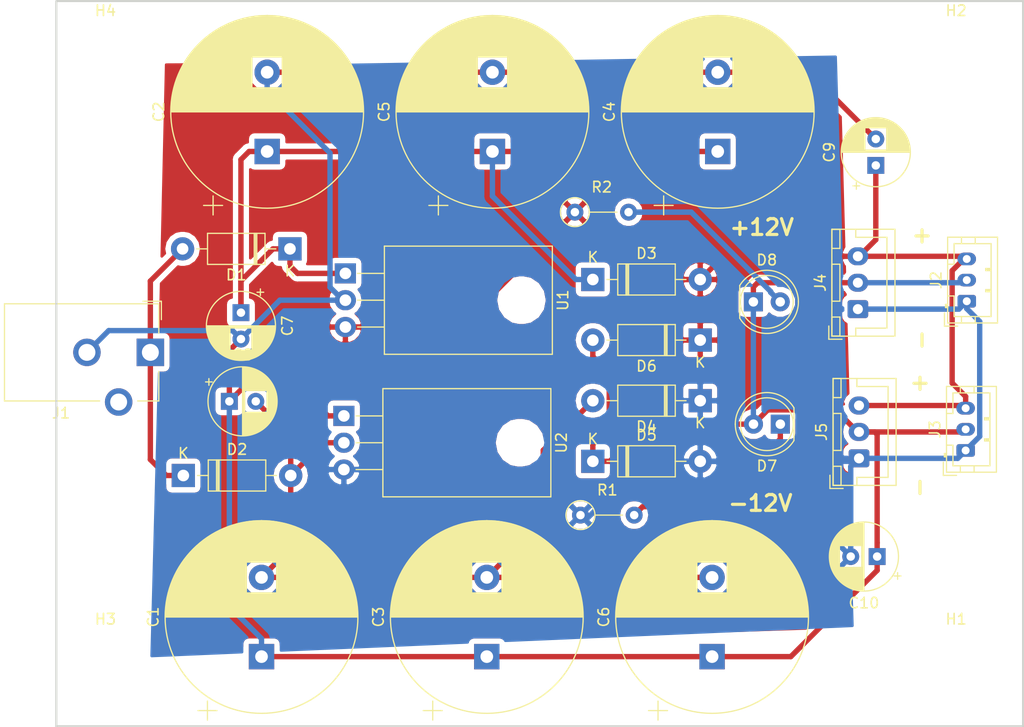
<source format=kicad_pcb>
(kicad_pcb (version 20171130) (host pcbnew "(5.0.1)-rc2")
  (layers (0 F.Cu signal) (31 B.Cu signal) (34 B.Paste user) (35 F.Paste user) (36 B.SilkS user) (37 F.SilkS user) (38 B.Mask user) (39 F.Mask user) (44 Edge.Cuts user))
  (net 0 "")
  (net 1 "Net-(C1-Pad2)")
  (net 2 "Net-(C2-Pad1)")
  (net 3 GND)
  (net 4 +12V)
  (net 5 -12V)
  (net 6 "Net-(D1-Pad2)")
  (net 7 "Net-(D8-Pad2)")
  (net 8 "Net-(J1-Pad3)")
  (net 9 "Net-(D7-Pad1)")
  (module MountingHole:MountingHole_3.2mm_M3_ISO7380 (layer F.Cu) (at 173.3804 100.52812)
    (fp_text reference H1 (at 0 -3.85) (layer F.SilkS))
    (fp_text value MountingHole)
    (pad 1 np_thru_hole circle (at 0 0) (size 3.2 3.2) (drill 3.2) (layers *.Cu *.Mask))
  )
  (module MountingHole:MountingHole_3.2mm_M3_ISO7380 (layer F.Cu) (at 173.3804 42.92092)
    (fp_text reference H2 (at 0 -3.85) (layer F.SilkS))
    (fp_text value MountingHole)
    (pad 1 np_thru_hole circle (at 0 0) (size 3.2 3.2) (drill 3.2) (layers *.Cu *.Mask))
  )
  (module MountingHole:MountingHole_3.2mm_M3_ISO7380 (layer F.Cu) (at 92.90304 100.52812)
    (fp_text reference H3 (at 0 -3.85) (layer F.SilkS))
    (fp_text value MountingHole)
    (pad 1 np_thru_hole circle (at 0 0) (size 3.2 3.2) (drill 3.2) (layers *.Cu *.Mask))
  )
  (module MountingHole:MountingHole_3.2mm_M3_ISO7380 (layer F.Cu) (at 92.90304 42.92092)
    (fp_text reference H4 (at 0 -3.85) (layer F.SilkS))
    (fp_text value MountingHole)
    (pad 1 np_thru_hole circle (at 0 0) (size 3.2 3.2) (drill 3.2) (layers *.Cu *.Mask))
  )
  (module Capacitor_THT:CP_Radial_D18.0mm_P7.50mm (layer F.Cu) (at 108.19892 52.4002 90)
    (fp_text reference C2 (at 3.75 -10.25 90) (layer F.SilkS))
    (fp_text value 3300u)
    (pad 2 thru_hole circle (at 7.5 0 90) (size 2.4 2.4) (drill 1.2) (layers *.Cu *.Mask) (net 3 GND))
    (pad 1 thru_hole rect (at 0 0 90) (size 2.4 2.4) (drill 1.2) (layers *.Cu *.Mask) (net 2 "Net-(C2-Pad1)"))
  )
  (module Capacitor_THT:CP_Radial_D18.0mm_P7.50mm (layer F.Cu) (at 128.97866 100.22332 90)
    (fp_text reference C3 (at 3.75 -10.25 90) (layer F.SilkS))
    (fp_text value 3300u)
    (pad 1 thru_hole rect (at 0 0 90) (size 2.4 2.4) (drill 1.2) (layers *.Cu *.Mask) (net 3 GND))
    (pad 2 thru_hole circle (at 7.5 0 90) (size 2.4 2.4) (drill 1.2) (layers *.Cu *.Mask) (net 1 "Net-(C1-Pad2)"))
  )
  (module Capacitor_THT:CP_Radial_D18.0mm_P7.50mm (layer F.Cu) (at 150.8252 52.4002 90)
    (fp_text reference C4 (at 3.75 -10.25 90) (layer F.SilkS))
    (fp_text value 3300u)
    (pad 2 thru_hole circle (at 7.5 0 90) (size 2.4 2.4) (drill 1.2) (layers *.Cu *.Mask) (net 3 GND))
    (pad 1 thru_hole rect (at 0 0 90) (size 2.4 2.4) (drill 1.2) (layers *.Cu *.Mask) (net 2 "Net-(C2-Pad1)"))
  )
  (module Capacitor_THT:CP_Radial_D18.0mm_P7.50mm (layer F.Cu) (at 129.51206 52.4002 90)
    (fp_text reference C5 (at 3.75 -10.25 90) (layer F.SilkS))
    (fp_text value 3300u)
    (pad 1 thru_hole rect (at 0 0 90) (size 2.4 2.4) (drill 1.2) (layers *.Cu *.Mask) (net 2 "Net-(C2-Pad1)"))
    (pad 2 thru_hole circle (at 7.5 0 90) (size 2.4 2.4) (drill 1.2) (layers *.Cu *.Mask) (net 3 GND))
  )
  (module Capacitor_THT:CP_Radial_D18.0mm_P7.50mm (layer F.Cu) (at 150.2918 100.22332 90)
    (fp_text reference C6 (at 3.75 -10.25 90) (layer F.SilkS))
    (fp_text value 3300u)
    (pad 2 thru_hole circle (at 7.5 0 90) (size 2.4 2.4) (drill 1.2) (layers *.Cu *.Mask) (net 1 "Net-(C1-Pad2)"))
    (pad 1 thru_hole rect (at 0 0 90) (size 2.4 2.4) (drill 1.2) (layers *.Cu *.Mask) (net 3 GND))
  )
  (module Capacitor_THT:CP_Radial_D18.0mm_P7.50mm (layer F.Cu) (at 107.66552 100.22332 90)
    (fp_text reference C1 (at 3.75 -10.25 90) (layer F.SilkS))
    (fp_text value 3300u)
    (pad 1 thru_hole rect (at 0 0 90) (size 2.4 2.4) (drill 1.2) (layers *.Cu *.Mask) (net 3 GND))
    (pad 2 thru_hole circle (at 7.5 0 90) (size 2.4 2.4) (drill 1.2) (layers *.Cu *.Mask) (net 1 "Net-(C1-Pad2)"))
  )
  (module Capacitor_THT:CP_Radial_D6.3mm_P2.50mm (layer F.Cu) (at 105.71988 67.66052 270)
    (fp_text reference C7 (at 1.25 -4.4 270) (layer F.SilkS))
    (fp_text value 1u)
    (pad 2 thru_hole circle (at 2.5 0 270) (size 1.6 1.6) (drill 0.8) (layers *.Cu *.Mask) (net 3 GND))
    (pad 1 thru_hole rect (at 0 0 270) (size 1.6 1.6) (drill 0.8) (layers *.Cu *.Mask) (net 2 "Net-(C2-Pad1)"))
  )
  (module Capacitor_THT:CP_Radial_D6.3mm_P2.50mm (layer F.Cu) (at 104.6226 76.05776)
    (fp_text reference C8 (at 1.25 -4.4) (layer F.SilkS))
    (fp_text value 1u)
    (pad 1 thru_hole rect (at 0 0) (size 1.6 1.6) (drill 0.8) (layers *.Cu *.Mask) (net 3 GND))
    (pad 2 thru_hole circle (at 2.5 0) (size 1.6 1.6) (drill 0.8) (layers *.Cu *.Mask) (net 1 "Net-(C1-Pad2)"))
  )
  (module Capacitor_THT:CP_Radial_D6.3mm_P2.50mm (layer F.Cu) (at 165.78072 53.721 90)
    (fp_text reference C9 (at 1.25 -4.4 90) (layer F.SilkS))
    (fp_text value 1u)
    (pad 2 thru_hole circle (at 2.5 0 90) (size 1.6 1.6) (drill 0.8) (layers *.Cu *.Mask) (net 3 GND))
    (pad 1 thru_hole rect (at 0 0 90) (size 1.6 1.6) (drill 0.8) (layers *.Cu *.Mask) (net 4 +12V))
  )
  (module Capacitor_THT:CP_Radial_D6.3mm_P2.50mm (layer F.Cu) (at 165.90772 90.74912 180)
    (fp_text reference C10 (at 1.25 -4.4 180) (layer F.SilkS))
    (fp_text value 1u)
    (pad 1 thru_hole rect (at 0 0 180) (size 1.6 1.6) (drill 0.8) (layers *.Cu *.Mask) (net 3 GND))
    (pad 2 thru_hole circle (at 2.5 0 180) (size 1.6 1.6) (drill 0.8) (layers *.Cu *.Mask) (net 5 -12V))
  )
  (module Package_TO_SOT_THT:TO-220-3_Horizontal_TabDown (layer F.Cu) (at 115.60048 63.94196 270)
    (fp_text reference U1 (at 2.54 -20.58 270) (layer F.SilkS))
    (fp_text value LM7812)
    (pad 3 thru_hole oval (at 5.08 0 270) (size 1.905 2) (drill 1.1) (layers *.Cu *.Mask) (net 4 +12V))
    (pad 2 thru_hole oval (at 2.54 0 270) (size 1.905 2) (drill 1.1) (layers *.Cu *.Mask) (net 3 GND))
    (pad 1 thru_hole rect (at 0 0 270) (size 1.905 2) (drill 1.1) (layers *.Cu *.Mask) (net 2 "Net-(C2-Pad1)"))
    (pad "" np_thru_hole oval (at 2.54 -16.66 270) (size 3.5 3.5) (drill 3.5) (layers *.Cu *.Mask))
  )
  (module Package_TO_SOT_THT:TO-220-3_Horizontal_TabDown (layer F.Cu) (at 115.45824 77.43444 270)
    (fp_text reference U2 (at 2.54 -20.58 270) (layer F.SilkS))
    (fp_text value LM7912)
    (pad "" np_thru_hole oval (at 2.54 -16.66 270) (size 3.5 3.5) (drill 3.5) (layers *.Cu *.Mask))
    (pad 1 thru_hole rect (at 0 0 270) (size 1.905 2) (drill 1.1) (layers *.Cu *.Mask) (net 3 GND))
    (pad 2 thru_hole oval (at 2.54 0 270) (size 1.905 2) (drill 1.1) (layers *.Cu *.Mask) (net 1 "Net-(C1-Pad2)"))
    (pad 3 thru_hole oval (at 5.08 0 270) (size 1.905 2) (drill 1.1) (layers *.Cu *.Mask) (net 5 -12V))
  )
  (module Diode_THT:D_DO-41_SOD81_P10.16mm_Horizontal (layer F.Cu) (at 110.35792 61.6204 180)
    (fp_text reference D1 (at 5.08 -2.47 180) (layer F.SilkS))
    (fp_text value 1N4004)
    (fp_text user K (at 0 -2.1 180) (layer F.SilkS))
    (pad 2 thru_hole oval (at 10.16 0 180) (size 2.2 2.2) (drill 1.1) (layers *.Cu *.Mask) (net 6 "Net-(D1-Pad2)"))
    (pad 1 thru_hole rect (at 0 0 180) (size 2.2 2.2) (drill 1.1) (layers *.Cu *.Mask) (net 2 "Net-(C2-Pad1)"))
  )
  (module Diode_THT:D_DO-41_SOD81_P10.16mm_Horizontal (layer F.Cu) (at 100.26904 83.07832)
    (fp_text reference D2 (at 5.08 -2.47) (layer F.SilkS))
    (fp_text value 1N4004)
    (fp_text user K (at 0 -2.1) (layer F.SilkS))
    (pad 1 thru_hole rect (at 0 0) (size 2.2 2.2) (drill 1.1) (layers *.Cu *.Mask) (net 6 "Net-(D1-Pad2)"))
    (pad 2 thru_hole oval (at 10.16 0) (size 2.2 2.2) (drill 1.1) (layers *.Cu *.Mask) (net 1 "Net-(C1-Pad2)"))
  )
  (module Diode_THT:D_DO-41_SOD81_P10.16mm_Horizontal (layer F.Cu) (at 139.00912 64.52108)
    (fp_text reference D3 (at 5.08 -2.47) (layer F.SilkS))
    (fp_text value 1N4004)
    (fp_text user K (at 0 -2.1) (layer F.SilkS))
    (pad 2 thru_hole oval (at 10.16 0) (size 2.2 2.2) (drill 1.1) (layers *.Cu *.Mask) (net 4 +12V))
    (pad 1 thru_hole rect (at 0 0) (size 2.2 2.2) (drill 1.1) (layers *.Cu *.Mask) (net 2 "Net-(C2-Pad1)"))
  )
  (module Diode_THT:D_DO-41_SOD81_P10.16mm_Horizontal (layer F.Cu) (at 139.00912 81.73212)
    (fp_text reference D5 (at 5.08 -2.47) (layer F.SilkS))
    (fp_text value 1N4004)
    (fp_text user K (at 0 -2.1) (layer F.SilkS))
    (pad 1 thru_hole rect (at 0 0) (size 2.2 2.2) (drill 1.1) (layers *.Cu *.Mask) (net 3 GND))
    (pad 2 thru_hole oval (at 10.16 0) (size 2.2 2.2) (drill 1.1) (layers *.Cu *.Mask) (net 5 -12V))
  )
  (module Diode_THT:D_DO-41_SOD81_P10.16mm_Horizontal (layer F.Cu) (at 149.16912 70.258093 180)
    (fp_text reference D6 (at 5.08 -2.47 180) (layer F.SilkS))
    (fp_text value 1N4004)
    (fp_text user K (at 0 -2.1 180) (layer F.SilkS))
    (pad 2 thru_hole oval (at 10.16 0 180) (size 2.2 2.2) (drill 1.1) (layers *.Cu *.Mask) (net 3 GND))
    (pad 1 thru_hole rect (at 0 0 180) (size 2.2 2.2) (drill 1.1) (layers *.Cu *.Mask) (net 4 +12V))
  )
  (module Diode_THT:D_DO-41_SOD81_P10.16mm_Horizontal (layer F.Cu) (at 149.16912 75.995106 180)
    (fp_text reference D4 (at 5.08 -2.47 180) (layer F.SilkS))
    (fp_text value 1N4004)
    (fp_text user K (at 0 -2.1 180) (layer F.SilkS))
    (pad 1 thru_hole rect (at 0 0 180) (size 2.2 2.2) (drill 1.1) (layers *.Cu *.Mask) (net 5 -12V))
    (pad 2 thru_hole oval (at 10.16 0 180) (size 2.2 2.2) (drill 1.1) (layers *.Cu *.Mask) (net 1 "Net-(C1-Pad2)"))
  )
  (module Connector_BarrelJack:BarrelJack_CUI_PJ-102AH_Horizontal (layer F.Cu) (at 97.14992 71.41972 270)
    (fp_text reference J1 (at 5.75 8.45) (layer F.SilkS))
    (fp_text value Barrel_Jack_Switch)
    (pad 1 thru_hole rect (at 0 0 270) (size 2.6 2.6) (drill 1.6) (layers *.Cu *.Mask) (net 6 "Net-(D1-Pad2)"))
    (pad 2 thru_hole circle (at 0 6 270) (size 2.6 2.6) (drill 1.6) (layers *.Cu *.Mask) (net 3 GND))
    (pad 3 thru_hole circle (at 4.7 3 270) (size 2.6 2.6) (drill 1.6) (layers *.Cu *.Mask) (net 8 "Net-(J1-Pad3)"))
  )
  (module LED_THT:LED_D5.0mm (layer F.Cu) (at 156.74832 78.21676 180)
    (fp_text reference D7 (at 1.27 -3.96 180) (layer F.SilkS))
    (fp_text value "Neg Power LED")
    (pad 1 thru_hole rect (at 0 0 180) (size 1.8 1.8) (drill 0.9) (layers *.Cu *.Mask) (net 9 "Net-(D7-Pad1)"))
    (pad 2 thru_hole circle (at 2.54 0 180) (size 1.8 1.8) (drill 0.9) (layers *.Cu *.Mask) (net 3 GND))
  )
  (module LED_THT:LED_D5.0mm (layer F.Cu) (at 154.19832 66.63944)
    (fp_text reference D8 (at 1.27 -3.96) (layer F.SilkS))
    (fp_text value "Pos Power LED")
    (pad 2 thru_hole circle (at 2.54 0) (size 1.8 1.8) (drill 0.9) (layers *.Cu *.Mask) (net 7 "Net-(D8-Pad2)"))
    (pad 1 thru_hole rect (at 0 0) (size 1.8 1.8) (drill 0.9) (layers *.Cu *.Mask) (net 3 GND))
  )
  (module Connector_JST:JST_PH_B3B-PH-K_1x03_P2.00mm_Vertical (layer F.Cu) (at 174.38624 66.57848 90)
    (fp_text reference J2 (at 2 -2.9 90) (layer F.SilkS))
    (fp_text value "Power Out")
    (pad 3 thru_hole oval (at 4 0 90) (size 1.2 1.75) (drill 0.75) (layers *.Cu *.Mask) (net 4 +12V))
    (pad 2 thru_hole oval (at 2 0 90) (size 1.2 1.75) (drill 0.75) (layers *.Cu *.Mask) (net 3 GND))
    (pad 1 thru_hole roundrect (at 0 0 90) (size 1.2 1.75) (drill 0.75) (layers *.Cu *.Mask) (roundrect_rratio 0.208333) (net 5 -12V))
  )
  (module Connector_JST:JST_PH_B3B-PH-K_1x03_P2.00mm_Vertical (layer F.Cu) (at 174.27956 80.70596 90)
    (fp_text reference J3 (at 2 -2.9 90) (layer F.SilkS))
    (fp_text value "Power Out")
    (pad 1 thru_hole roundrect (at 0 0 90) (size 1.2 1.75) (drill 0.75) (layers *.Cu *.Mask) (roundrect_rratio 0.208333) (net 5 -12V))
    (pad 2 thru_hole oval (at 2 0 90) (size 1.2 1.75) (drill 0.75) (layers *.Cu *.Mask) (net 3 GND))
    (pad 3 thru_hole oval (at 4 0 90) (size 1.2 1.75) (drill 0.75) (layers *.Cu *.Mask) (net 4 +12V))
  )
  (module Connector_JST:JST_XH_B03B-XH-A_1x03_P2.50mm_Vertical (layer F.Cu) (at 164.084 67.32524 90)
    (fp_text reference J4 (at 2.5 -3.55 90) (layer F.SilkS))
    (fp_text value "Power Out")
    (pad 3 thru_hole oval (at 5 0 90) (size 1.7 1.95) (drill 0.95) (layers *.Cu *.Mask) (net 4 +12V))
    (pad 2 thru_hole oval (at 2.5 0 90) (size 1.7 1.95) (drill 0.95) (layers *.Cu *.Mask) (net 3 GND))
    (pad 1 thru_hole roundrect (at 0 0 90) (size 1.7 1.95) (drill 0.95) (layers *.Cu *.Mask) (roundrect_rratio 0.147059) (net 5 -12V))
  )
  (module Connector_JST:JST_XH_B03B-XH-A_1x03_P2.50mm_Vertical (layer F.Cu) (at 164.19068 81.45272 90)
    (fp_text reference J5 (at 2.5 -3.55 90) (layer F.SilkS))
    (fp_text value "Power Out")
    (pad 1 thru_hole roundrect (at 0 0 90) (size 1.7 1.95) (drill 0.95) (layers *.Cu *.Mask) (roundrect_rratio 0.147059) (net 5 -12V))
    (pad 2 thru_hole oval (at 2.5 0 90) (size 1.7 1.95) (drill 0.95) (layers *.Cu *.Mask) (net 3 GND))
    (pad 3 thru_hole oval (at 5 0 90) (size 1.7 1.95) (drill 0.95) (layers *.Cu *.Mask) (net 4 +12V))
  )
  (module Resistor_THT:R_Axial_DIN0207_L6.3mm_D2.5mm_P5.08mm_Vertical (layer F.Cu) (at 137.84072 86.82736)
    (fp_text reference R1 (at 2.54 -2.37) (layer F.SilkS))
    (fp_text value 1K)
    (pad 1 thru_hole circle (at 0 0) (size 1.6 1.6) (drill 0.8) (layers *.Cu *.Mask) (net 5 -12V))
    (pad 2 thru_hole oval (at 5.08 0) (size 1.6 1.6) (drill 0.8) (layers *.Cu *.Mask) (net 9 "Net-(D7-Pad1)"))
  )
  (module Resistor_THT:R_Axial_DIN0207_L6.3mm_D2.5mm_P5.08mm_Vertical (layer F.Cu) (at 137.3124 58.14568)
    (fp_text reference R2 (at 2.54 -2.37) (layer F.SilkS))
    (fp_text value 1K)
    (pad 2 thru_hole oval (at 5.08 0) (size 1.6 1.6) (drill 0.8) (layers *.Cu *.Mask) (net 7 "Net-(D8-Pad2)"))
    (pad 1 thru_hole circle (at 0 0) (size 1.6 1.6) (drill 0.8) (layers *.Cu *.Mask) (net 4 +12V))
  )
  (gr_text -12V (at 154.85872 85.6996) (layer F.SilkS) (effects (font (size 1.5 1.5) (thickness 0.3))))
  (gr_text +12V (at 154.99588 59.57824) (layer F.SilkS) (effects (font (size 1.5 1.5) (thickness 0.3))))
  (gr_text "-       +" (at 169.85488 79.27848 90) (layer F.SilkS) (effects (font (size 1.5 1.5) (thickness 0.3))))
  (gr_text "-       +" (at 170.04792 65.32372 90) (layer F.SilkS) (effects (font (size 1.5 1.5) (thickness 0.3))))
  (gr_line (start 88.25484 106.81716) (end 88.25484 38.18636) (layer Edge.Cuts) (width 0.2))
  (gr_line (start 179.71008 106.81716) (end 88.25484 106.81716) (layer Edge.Cuts) (width 0.2))
  (gr_line (start 179.71008 38.16096) (end 179.71008 106.81716) (layer Edge.Cuts) (width 0.2))
  (gr_line (start 88.27008 38.16096) (end 179.71008 38.16096) (layer Edge.Cuts) (width 0.2))
  (segment (start 113.53292 79.97444) (end 115.45824 79.97444) (width 0.508) (layer F.Cu) (net 1))
  (segment (start 110.42904 83.07832) (end 113.53292 79.97444) (width 0.508) (layer F.Cu) (net 1))
  (segment (start 110.42904 89.9598) (end 110.42904 83.07832) (width 0.508) (layer F.Cu) (net 1))
  (segment (start 107.66552 92.72332) (end 110.42904 89.9598) (width 0.508) (layer F.Cu) (net 1))
  (segment (start 109.362576 92.72332) (end 128.97866 92.72332) (width 0.508) (layer F.Cu) (net 1))
  (segment (start 107.66552 92.72332) (end 109.362576 92.72332) (width 0.508) (layer F.Cu) (net 1))
  (segment (start 128.97866 92.72332) (end 150.2918 92.72332) (width 0.508) (layer F.Cu) (net 1))
  (segment (start 110.42904 79.3642) (end 110.42904 83.07832) (width 0.508) (layer F.Cu) (net 1))
  (segment (start 107.1226 76.05776) (end 110.42904 79.3642) (width 0.508) (layer F.Cu) (net 1))
  (segment (start 137.909121 77.095105) (end 139.00912 75.995106) (width 0.508) (layer F.Cu) (net 1))
  (segment (start 134.322241 80.681985) (end 137.909121 77.095105) (width 0.508) (layer F.Cu) (net 1))
  (segment (start 134.322241 87.379739) (end 134.322241 80.681985) (width 0.508) (layer F.Cu) (net 1))
  (segment (start 128.97866 92.72332) (end 134.322241 87.379739) (width 0.508) (layer F.Cu) (net 1))
  (segment (start 107.66552 100.22332) (end 128.97866 100.22332) (width 0.508) (layer F.Cu) (net 3))
  (segment (start 128.97866 100.22332) (end 150.2918 100.22332) (width 0.508) (layer F.Cu) (net 3))
  (segment (start 104.6226 77.36576) (end 104.6226 76.05776) (width 0.508) (layer B.Cu) (net 3))
  (segment (start 104.6226 95.4724) (end 104.6226 77.36576) (width 0.508) (layer B.Cu) (net 3))
  (segment (start 107.66552 98.51532) (end 104.6226 95.4724) (width 0.508) (layer B.Cu) (net 3))
  (segment (start 107.66552 100.22332) (end 107.66552 98.51532) (width 0.508) (layer B.Cu) (net 3))
  (segment (start 108.74992 61.6204) (end 110.35792 61.6204) (width 0.508) (layer F.Cu) (net 2))
  (segment (start 105.71988 64.65044) (end 108.74992 61.6204) (width 0.508) (layer F.Cu) (net 2))
  (segment (start 105.71988 67.66052) (end 105.71988 64.65044) (width 0.508) (layer F.Cu) (net 2))
  (segment (start 108.19892 52.4002) (end 129.51206 52.4002) (width 0.508) (layer F.Cu) (net 2))
  (segment (start 129.51206 52.4002) (end 150.8252 52.4002) (width 0.508) (layer F.Cu) (net 2))
  (segment (start 110.35792 63.2284) (end 110.35792 61.6204) (width 0.508) (layer F.Cu) (net 2))
  (segment (start 111.07148 63.94196) (end 110.35792 63.2284) (width 0.508) (layer F.Cu) (net 2))
  (segment (start 115.60048 63.94196) (end 111.07148 63.94196) (width 0.508) (layer F.Cu) (net 2))
  (segment (start 106.49092 52.4002) (end 108.19892 52.4002) (width 0.508) (layer F.Cu) (net 2))
  (segment (start 105.71988 53.17124) (end 106.49092 52.4002) (width 0.508) (layer F.Cu) (net 2))
  (segment (start 105.71988 67.66052) (end 105.71988 53.17124) (width 0.508) (layer F.Cu) (net 2))
  (segment (start 137.40112 64.52108) (end 139.00912 64.52108) (width 0.508) (layer B.Cu) (net 2))
  (segment (start 129.51206 56.63202) (end 137.40112 64.52108) (width 0.508) (layer B.Cu) (net 2))
  (segment (start 129.51206 52.4002) (end 129.51206 56.63202) (width 0.508) (layer B.Cu) (net 2))
  (segment (start 104.919881 69.360521) (end 105.71988 70.16052) (width 0.508) (layer B.Cu) (net 3))
  (segment (start 93.209119 69.360521) (end 104.919881 69.360521) (width 0.508) (layer B.Cu) (net 3))
  (segment (start 91.14992 71.41972) (end 93.209119 69.360521) (width 0.508) (layer B.Cu) (net 3))
  (segment (start 108.19892 44.9002) (end 129.51206 44.9002) (width 0.508) (layer F.Cu) (net 3))
  (segment (start 129.51206 44.9002) (end 150.8252 44.9002) (width 0.508) (layer F.Cu) (net 3))
  (segment (start 115.370778 66.48196) (end 115.60048 66.48196) (width 0.508) (layer B.Cu) (net 3))
  (segment (start 114.146479 65.257661) (end 115.370778 66.48196) (width 0.508) (layer B.Cu) (net 3))
  (segment (start 114.146479 52.544815) (end 114.146479 65.257661) (width 0.508) (layer B.Cu) (net 3))
  (segment (start 108.19892 46.597256) (end 114.146479 52.544815) (width 0.508) (layer B.Cu) (net 3))
  (segment (start 108.19892 44.9002) (end 108.19892 46.597256) (width 0.508) (layer B.Cu) (net 3))
  (segment (start 109.39844 66.48196) (end 115.60048 66.48196) (width 0.508) (layer B.Cu) (net 3))
  (segment (start 105.71988 70.16052) (end 109.39844 66.48196) (width 0.508) (layer B.Cu) (net 3))
  (segment (start 104.6226 71.2578) (end 105.71988 70.16052) (width 0.508) (layer F.Cu) (net 3))
  (segment (start 104.6226 76.05776) (end 104.6226 71.2578) (width 0.508) (layer F.Cu) (net 3))
  (segment (start 139.00912 80.12412) (end 139.00912 81.73212) (width 0.508) (layer F.Cu) (net 3))
  (segment (start 140.563121 78.570119) (end 139.00912 80.12412) (width 0.508) (layer F.Cu) (net 3))
  (segment (start 140.563121 73.367728) (end 140.563121 78.570119) (width 0.508) (layer F.Cu) (net 3))
  (segment (start 139.00912 71.813727) (end 140.563121 73.367728) (width 0.508) (layer F.Cu) (net 3))
  (segment (start 139.00912 70.258093) (end 139.00912 71.813727) (width 0.508) (layer F.Cu) (net 3))
  (segment (start 154.19832 78.20676) (end 154.20832 78.21676) (width 0.508) (layer B.Cu) (net 3))
  (segment (start 154.19832 66.63944) (end 154.19832 78.20676) (width 0.508) (layer B.Cu) (net 3))
  (segment (start 165.90772 89.44112) (end 165.90772 90.74912) (width 0.508) (layer F.Cu) (net 3))
  (segment (start 165.90772 79.18676) (end 165.90772 89.44112) (width 0.508) (layer F.Cu) (net 3))
  (segment (start 165.67368 78.95272) (end 165.90772 79.18676) (width 0.508) (layer F.Cu) (net 3))
  (segment (start 164.19068 78.95272) (end 165.67368 78.95272) (width 0.508) (layer F.Cu) (net 3))
  (segment (start 174.0328 78.95272) (end 174.27956 78.70596) (width 0.508) (layer F.Cu) (net 3))
  (segment (start 164.19068 78.95272) (end 174.0328 78.95272) (width 0.508) (layer F.Cu) (net 3))
  (segment (start 174.13948 64.82524) (end 174.38624 64.57848) (width 0.508) (layer B.Cu) (net 3))
  (segment (start 164.084 64.82524) (end 174.13948 64.82524) (width 0.508) (layer B.Cu) (net 3))
  (segment (start 152.935528 78.21676) (end 154.20832 78.21676) (width 0.508) (layer F.Cu) (net 3))
  (segment (start 144.13248 78.21676) (end 152.935528 78.21676) (width 0.508) (layer F.Cu) (net 3))
  (segment (start 140.61712 81.73212) (end 144.13248 78.21676) (width 0.508) (layer F.Cu) (net 3))
  (segment (start 139.00912 81.73212) (end 140.61712 81.73212) (width 0.508) (layer F.Cu) (net 3))
  (segment (start 162.601 64.82524) (end 164.084 64.82524) (width 0.508) (layer F.Cu) (net 3))
  (segment (start 154.60452 64.82524) (end 162.601 64.82524) (width 0.508) (layer F.Cu) (net 3))
  (segment (start 154.19832 65.23144) (end 154.60452 64.82524) (width 0.508) (layer F.Cu) (net 3))
  (segment (start 154.19832 66.63944) (end 154.19832 65.23144) (width 0.508) (layer F.Cu) (net 3))
  (segment (start 159.45992 44.9002) (end 165.78072 51.221) (width 0.508) (layer F.Cu) (net 3))
  (segment (start 150.8252 44.9002) (end 159.45992 44.9002) (width 0.508) (layer F.Cu) (net 3))
  (segment (start 165.90772 92.05712) (end 165.90772 90.74912) (width 0.508) (layer F.Cu) (net 3))
  (segment (start 157.74152 100.22332) (end 165.90772 92.05712) (width 0.508) (layer F.Cu) (net 3))
  (segment (start 150.2918 100.22332) (end 157.74152 100.22332) (width 0.508) (layer F.Cu) (net 3))
  (segment (start 164.06568 78.95272) (end 164.19068 78.95272) (width 0.508) (layer F.Cu) (net 3))
  (segment (start 161.975719 76.862759) (end 164.06568 78.95272) (width 0.508) (layer F.Cu) (net 3))
  (segment (start 155.562321 76.862759) (end 161.975719 76.862759) (width 0.508) (layer F.Cu) (net 3))
  (segment (start 154.20832 78.21676) (end 155.562321 76.862759) (width 0.508) (layer F.Cu) (net 3))
  (segment (start 113.95024 77.43444) (end 115.45824 77.43444) (width 0.508) (layer F.Cu) (net 3))
  (segment (start 111.319559 74.803759) (end 113.95024 77.43444) (width 0.508) (layer F.Cu) (net 3))
  (segment (start 105.876601 74.803759) (end 111.319559 74.803759) (width 0.508) (layer F.Cu) (net 3))
  (segment (start 104.6226 76.05776) (end 105.876601 74.803759) (width 0.508) (layer F.Cu) (net 3))
  (segment (start 126.43612 69.02196) (end 137.3124 58.14568) (width 0.508) (layer F.Cu) (net 4))
  (segment (start 115.60048 69.02196) (end 126.43612 69.02196) (width 0.508) (layer F.Cu) (net 4))
  (segment (start 143.6878 64.52108) (end 149.16912 64.52108) (width 0.508) (layer F.Cu) (net 4))
  (segment (start 137.3124 58.14568) (end 143.6878 64.52108) (width 0.508) (layer F.Cu) (net 4))
  (segment (start 149.16912 66.076714) (end 149.16912 70.258093) (width 0.508) (layer F.Cu) (net 4))
  (segment (start 149.16912 64.52108) (end 149.16912 66.076714) (width 0.508) (layer F.Cu) (net 4))
  (segment (start 164.209 62.32524) (end 164.084 62.32524) (width 0.508) (layer F.Cu) (net 4))
  (segment (start 165.78072 60.75352) (end 164.209 62.32524) (width 0.508) (layer F.Cu) (net 4))
  (segment (start 165.78072 53.721) (end 165.78072 60.75352) (width 0.508) (layer F.Cu) (net 4))
  (segment (start 151.36496 62.32524) (end 164.084 62.32524) (width 0.508) (layer F.Cu) (net 4))
  (segment (start 149.16912 64.52108) (end 151.36496 62.32524) (width 0.508) (layer F.Cu) (net 4))
  (segment (start 174.133 62.32524) (end 174.38624 62.57848) (width 0.508) (layer F.Cu) (net 4))
  (segment (start 164.084 62.32524) (end 174.133 62.32524) (width 0.508) (layer F.Cu) (net 4))
  (segment (start 174.02632 76.45272) (end 174.27956 76.70596) (width 0.508) (layer F.Cu) (net 4))
  (segment (start 164.19068 76.45272) (end 174.02632 76.45272) (width 0.508) (layer F.Cu) (net 4))
  (segment (start 174.11124 62.57848) (end 174.38624 62.57848) (width 0.508) (layer F.Cu) (net 4))
  (segment (start 173.00324 63.68648) (end 174.11124 62.57848) (width 0.508) (layer F.Cu) (net 4))
  (segment (start 173.00324 74.32164) (end 173.00324 63.68648) (width 0.508) (layer F.Cu) (net 4))
  (segment (start 174.27956 75.59796) (end 173.00324 74.32164) (width 0.508) (layer F.Cu) (net 4))
  (segment (start 174.27956 76.70596) (end 174.27956 75.59796) (width 0.508) (layer F.Cu) (net 4))
  (segment (start 133.5278 82.51444) (end 138.31316 87.2998) (width 0.508) (layer B.Cu) (net 5))
  (segment (start 115.45824 82.51444) (end 133.5278 82.51444) (width 0.508) (layer B.Cu) (net 5))
  (segment (start 143.88084 81.73212) (end 149.16912 81.73212) (width 0.508) (layer B.Cu) (net 5))
  (segment (start 138.31316 87.2998) (end 143.88084 81.73212) (width 0.508) (layer B.Cu) (net 5))
  (segment (start 149.16912 80.176486) (end 149.16912 75.995106) (width 0.508) (layer B.Cu) (net 5))
  (segment (start 149.16912 81.73212) (end 149.16912 80.176486) (width 0.508) (layer B.Cu) (net 5))
  (segment (start 173.5328 81.45272) (end 174.27956 80.70596) (width 0.508) (layer B.Cu) (net 5))
  (segment (start 164.19068 81.45272) (end 173.5328 81.45272) (width 0.508) (layer B.Cu) (net 5))
  (segment (start 163.40772 82.23568) (end 164.19068 81.45272) (width 0.508) (layer B.Cu) (net 5))
  (segment (start 163.40772 90.74912) (end 163.40772 82.23568) (width 0.508) (layer B.Cu) (net 5))
  (segment (start 173.63948 67.32524) (end 174.38624 66.57848) (width 0.508) (layer B.Cu) (net 5))
  (segment (start 164.084 67.32524) (end 173.63948 67.32524) (width 0.508) (layer B.Cu) (net 5))
  (segment (start 174.95027 80.03525) (end 174.27956 80.70596) (width 0.508) (layer B.Cu) (net 5))
  (segment (start 175.60857 79.37695) (end 174.95027 80.03525) (width 0.508) (layer B.Cu) (net 5))
  (segment (start 175.60857 68.50081) (end 175.60857 79.37695) (width 0.508) (layer B.Cu) (net 5))
  (segment (start 174.38624 67.27848) (end 175.60857 68.50081) (width 0.508) (layer B.Cu) (net 5))
  (segment (start 174.38624 66.57848) (end 174.38624 67.27848) (width 0.508) (layer B.Cu) (net 5))
  (segment (start 163.91128 81.73212) (end 164.19068 81.45272) (width 0.508) (layer B.Cu) (net 5))
  (segment (start 149.16912 81.73212) (end 163.91128 81.73212) (width 0.508) (layer B.Cu) (net 5))
  (segment (start 97.14992 64.6684) (end 100.19792 61.6204) (width 0.508) (layer F.Cu) (net 6))
  (segment (start 97.14992 71.41972) (end 97.14992 64.6684) (width 0.508) (layer F.Cu) (net 6))
  (segment (start 98.66104 83.07832) (end 100.26904 83.07832) (width 0.508) (layer F.Cu) (net 6))
  (segment (start 97.14992 81.5672) (end 98.66104 83.07832) (width 0.508) (layer F.Cu) (net 6))
  (segment (start 97.14992 71.41972) (end 97.14992 81.5672) (width 0.508) (layer F.Cu) (net 6))
  (segment (start 143.52377 58.14568) (end 142.3924 58.14568) (width 0.508) (layer B.Cu) (net 7))
  (segment (start 148.321762 58.14568) (end 143.52377 58.14568) (width 0.508) (layer B.Cu) (net 7))
  (segment (start 155.838321 65.662239) (end 148.321762 58.14568) (width 0.508) (layer B.Cu) (net 7))
  (segment (start 155.838321 65.739441) (end 155.838321 65.662239) (width 0.508) (layer B.Cu) (net 7))
  (segment (start 156.73832 66.63944) (end 155.838321 65.739441) (width 0.508) (layer B.Cu) (net 7))
  (segment (start 156.74832 79.62476) (end 156.74832 78.21676) (width 0.508) (layer F.Cu) (net 9))
  (segment (start 150.345719 86.027361) (end 156.74832 79.62476) (width 0.508) (layer F.Cu) (net 9))
  (segment (start 143.720719 86.027361) (end 150.345719 86.027361) (width 0.508) (layer F.Cu) (net 9))
  (segment (start 142.92072 86.82736) (end 143.720719 86.027361) (width 0.508) (layer F.Cu) (net 9))
  (zone (net 4) (net_name +12V) (layer F.Cu) (connect_pads (clearance 0.508)) (min_thickness 0.254) (fill yes (arc_segments 16) (thermal_gap 0.508) (thermal_bridge_width 0.508))
    (polygon (pts (xy 98.5266 44.05884) (xy 162.41776 43.7388) (xy 163.9062 97.53092) (xy 96.71812 99.65944) (xy 97.24644 99.55276)))
  )
  (zone (net 5) (net_name -12V) (layer B.Cu) (connect_pads (clearance 0.508)) (min_thickness 0.254) (fill yes (arc_segments 16) (thermal_gap 0.508) (thermal_bridge_width 0.508))
    (polygon (pts (xy 98.63328 44.3738) (xy 97.14484 100.29444) (xy 163.69284 97.42424) (xy 162.09772 43.31208)))
  )
)
</source>
